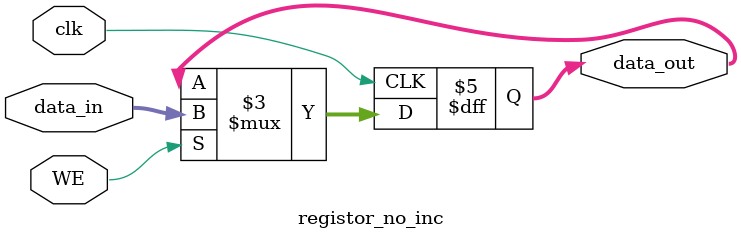
<source format=v>
module registor_no_inc(
    input [15:0] data_in,
    input clk,
    input WE,  //Write enable
    output reg [15:0] data_out
);

always @(posedge clk) begin
    if (WE==1) begin
        data_out <= data_in;
    end 
end
    
endmodule

</source>
